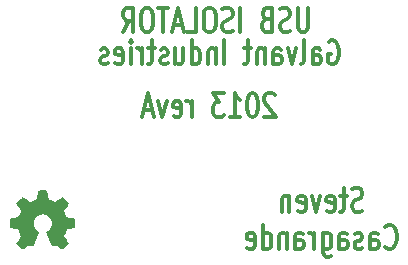
<source format=gbo>
G04 (created by PCBNEW (2012-nov-02)-testing) date Wed 06 Feb 2013 10:53:48 PM EST*
%MOIN*%
G04 Gerber Fmt 3.4, Leading zero omitted, Abs format*
%FSLAX34Y34*%
G01*
G70*
G90*
G04 APERTURE LIST*
%ADD10C,2.3622e-06*%
%ADD11C,0.012*%
%ADD12C,0.0001*%
G04 APERTURE END LIST*
G54D10*
G54D11*
X81307Y-50385D02*
X81221Y-50423D01*
X81078Y-50423D01*
X81021Y-50385D01*
X80992Y-50347D01*
X80964Y-50271D01*
X80964Y-50195D01*
X80992Y-50119D01*
X81021Y-50080D01*
X81078Y-50042D01*
X81192Y-50004D01*
X81250Y-49966D01*
X81278Y-49928D01*
X81307Y-49852D01*
X81307Y-49776D01*
X81278Y-49700D01*
X81250Y-49661D01*
X81192Y-49623D01*
X81050Y-49623D01*
X80964Y-49661D01*
X80792Y-49890D02*
X80564Y-49890D01*
X80707Y-49623D02*
X80707Y-50309D01*
X80678Y-50385D01*
X80621Y-50423D01*
X80564Y-50423D01*
X80135Y-50385D02*
X80192Y-50423D01*
X80307Y-50423D01*
X80364Y-50385D01*
X80392Y-50309D01*
X80392Y-50004D01*
X80364Y-49928D01*
X80307Y-49890D01*
X80192Y-49890D01*
X80135Y-49928D01*
X80107Y-50004D01*
X80107Y-50080D01*
X80392Y-50157D01*
X79907Y-49890D02*
X79764Y-50423D01*
X79621Y-49890D01*
X79164Y-50385D02*
X79221Y-50423D01*
X79335Y-50423D01*
X79392Y-50385D01*
X79421Y-50309D01*
X79421Y-50004D01*
X79392Y-49928D01*
X79335Y-49890D01*
X79221Y-49890D01*
X79164Y-49928D01*
X79135Y-50004D01*
X79135Y-50080D01*
X79421Y-50157D01*
X78878Y-49890D02*
X78878Y-50423D01*
X78878Y-49966D02*
X78849Y-49928D01*
X78792Y-49890D01*
X78707Y-49890D01*
X78649Y-49928D01*
X78621Y-50004D01*
X78621Y-50423D01*
X82078Y-51587D02*
X82107Y-51625D01*
X82192Y-51663D01*
X82249Y-51663D01*
X82335Y-51625D01*
X82392Y-51549D01*
X82421Y-51473D01*
X82449Y-51320D01*
X82449Y-51206D01*
X82421Y-51054D01*
X82392Y-50978D01*
X82335Y-50901D01*
X82249Y-50863D01*
X82192Y-50863D01*
X82107Y-50901D01*
X82078Y-50940D01*
X81564Y-51663D02*
X81564Y-51244D01*
X81592Y-51168D01*
X81649Y-51130D01*
X81764Y-51130D01*
X81821Y-51168D01*
X81564Y-51625D02*
X81621Y-51663D01*
X81764Y-51663D01*
X81821Y-51625D01*
X81849Y-51549D01*
X81849Y-51473D01*
X81821Y-51397D01*
X81764Y-51359D01*
X81621Y-51359D01*
X81564Y-51320D01*
X81307Y-51625D02*
X81249Y-51663D01*
X81135Y-51663D01*
X81078Y-51625D01*
X81049Y-51549D01*
X81049Y-51511D01*
X81078Y-51435D01*
X81135Y-51397D01*
X81221Y-51397D01*
X81278Y-51359D01*
X81307Y-51282D01*
X81307Y-51244D01*
X81278Y-51168D01*
X81221Y-51130D01*
X81135Y-51130D01*
X81078Y-51168D01*
X80535Y-51663D02*
X80535Y-51244D01*
X80564Y-51168D01*
X80621Y-51130D01*
X80735Y-51130D01*
X80792Y-51168D01*
X80535Y-51625D02*
X80592Y-51663D01*
X80735Y-51663D01*
X80792Y-51625D01*
X80821Y-51549D01*
X80821Y-51473D01*
X80792Y-51397D01*
X80735Y-51359D01*
X80592Y-51359D01*
X80535Y-51320D01*
X79992Y-51130D02*
X79992Y-51778D01*
X80021Y-51854D01*
X80050Y-51892D01*
X80107Y-51930D01*
X80192Y-51930D01*
X80250Y-51892D01*
X79992Y-51625D02*
X80050Y-51663D01*
X80164Y-51663D01*
X80221Y-51625D01*
X80250Y-51587D01*
X80278Y-51511D01*
X80278Y-51282D01*
X80250Y-51206D01*
X80221Y-51168D01*
X80164Y-51130D01*
X80050Y-51130D01*
X79992Y-51168D01*
X79707Y-51663D02*
X79707Y-51130D01*
X79707Y-51282D02*
X79678Y-51206D01*
X79650Y-51168D01*
X79592Y-51130D01*
X79535Y-51130D01*
X79078Y-51663D02*
X79078Y-51244D01*
X79107Y-51168D01*
X79164Y-51130D01*
X79278Y-51130D01*
X79335Y-51168D01*
X79078Y-51625D02*
X79135Y-51663D01*
X79278Y-51663D01*
X79335Y-51625D01*
X79364Y-51549D01*
X79364Y-51473D01*
X79335Y-51397D01*
X79278Y-51359D01*
X79135Y-51359D01*
X79078Y-51320D01*
X78792Y-51130D02*
X78792Y-51663D01*
X78792Y-51206D02*
X78764Y-51168D01*
X78707Y-51130D01*
X78621Y-51130D01*
X78564Y-51168D01*
X78535Y-51244D01*
X78535Y-51663D01*
X77992Y-51663D02*
X77992Y-50863D01*
X77992Y-51625D02*
X78050Y-51663D01*
X78164Y-51663D01*
X78221Y-51625D01*
X78250Y-51587D01*
X78278Y-51511D01*
X78278Y-51282D01*
X78250Y-51206D01*
X78221Y-51168D01*
X78164Y-51130D01*
X78050Y-51130D01*
X77992Y-51168D01*
X77478Y-51625D02*
X77535Y-51663D01*
X77650Y-51663D01*
X77707Y-51625D01*
X77735Y-51549D01*
X77735Y-51244D01*
X77707Y-51168D01*
X77650Y-51130D01*
X77535Y-51130D01*
X77478Y-51168D01*
X77450Y-51244D01*
X77450Y-51320D01*
X77735Y-51397D01*
X78385Y-46550D02*
X78357Y-46511D01*
X78300Y-46473D01*
X78157Y-46473D01*
X78100Y-46511D01*
X78071Y-46550D01*
X78042Y-46626D01*
X78042Y-46702D01*
X78071Y-46816D01*
X78414Y-47273D01*
X78042Y-47273D01*
X77671Y-46473D02*
X77614Y-46473D01*
X77557Y-46511D01*
X77528Y-46550D01*
X77500Y-46626D01*
X77471Y-46778D01*
X77471Y-46969D01*
X77500Y-47121D01*
X77528Y-47197D01*
X77557Y-47235D01*
X77614Y-47273D01*
X77671Y-47273D01*
X77728Y-47235D01*
X77757Y-47197D01*
X77785Y-47121D01*
X77814Y-46969D01*
X77814Y-46778D01*
X77785Y-46626D01*
X77757Y-46550D01*
X77728Y-46511D01*
X77671Y-46473D01*
X76900Y-47273D02*
X77242Y-47273D01*
X77071Y-47273D02*
X77071Y-46473D01*
X77128Y-46588D01*
X77185Y-46664D01*
X77242Y-46702D01*
X76700Y-46473D02*
X76328Y-46473D01*
X76528Y-46778D01*
X76442Y-46778D01*
X76385Y-46816D01*
X76357Y-46854D01*
X76328Y-46930D01*
X76328Y-47121D01*
X76357Y-47197D01*
X76385Y-47235D01*
X76442Y-47273D01*
X76614Y-47273D01*
X76671Y-47235D01*
X76700Y-47197D01*
X75614Y-47273D02*
X75614Y-46740D01*
X75614Y-46892D02*
X75585Y-46816D01*
X75557Y-46778D01*
X75499Y-46740D01*
X75442Y-46740D01*
X75014Y-47235D02*
X75071Y-47273D01*
X75185Y-47273D01*
X75242Y-47235D01*
X75271Y-47159D01*
X75271Y-46854D01*
X75242Y-46778D01*
X75185Y-46740D01*
X75071Y-46740D01*
X75014Y-46778D01*
X74985Y-46854D01*
X74985Y-46930D01*
X75271Y-47007D01*
X74785Y-46740D02*
X74642Y-47273D01*
X74499Y-46740D01*
X74299Y-47045D02*
X74014Y-47045D01*
X74357Y-47273D02*
X74157Y-46473D01*
X73957Y-47273D01*
X80192Y-44751D02*
X80249Y-44713D01*
X80335Y-44713D01*
X80421Y-44751D01*
X80478Y-44828D01*
X80507Y-44904D01*
X80535Y-45056D01*
X80535Y-45170D01*
X80507Y-45323D01*
X80478Y-45399D01*
X80421Y-45475D01*
X80335Y-45513D01*
X80278Y-45513D01*
X80192Y-45475D01*
X80164Y-45437D01*
X80164Y-45170D01*
X80278Y-45170D01*
X79649Y-45513D02*
X79649Y-45094D01*
X79678Y-45018D01*
X79735Y-44980D01*
X79849Y-44980D01*
X79907Y-45018D01*
X79649Y-45475D02*
X79707Y-45513D01*
X79849Y-45513D01*
X79907Y-45475D01*
X79935Y-45399D01*
X79935Y-45323D01*
X79907Y-45247D01*
X79849Y-45209D01*
X79707Y-45209D01*
X79649Y-45170D01*
X79278Y-45513D02*
X79335Y-45475D01*
X79364Y-45399D01*
X79364Y-44713D01*
X79107Y-44980D02*
X78964Y-45513D01*
X78821Y-44980D01*
X78335Y-45513D02*
X78335Y-45094D01*
X78364Y-45018D01*
X78421Y-44980D01*
X78535Y-44980D01*
X78592Y-45018D01*
X78335Y-45475D02*
X78392Y-45513D01*
X78535Y-45513D01*
X78592Y-45475D01*
X78621Y-45399D01*
X78621Y-45323D01*
X78592Y-45247D01*
X78535Y-45209D01*
X78392Y-45209D01*
X78335Y-45170D01*
X78049Y-44980D02*
X78049Y-45513D01*
X78049Y-45056D02*
X78021Y-45018D01*
X77964Y-44980D01*
X77878Y-44980D01*
X77821Y-45018D01*
X77792Y-45094D01*
X77792Y-45513D01*
X77592Y-44980D02*
X77364Y-44980D01*
X77507Y-44713D02*
X77507Y-45399D01*
X77478Y-45475D01*
X77421Y-45513D01*
X77364Y-45513D01*
X76707Y-45513D02*
X76707Y-44713D01*
X76421Y-44980D02*
X76421Y-45513D01*
X76421Y-45056D02*
X76392Y-45018D01*
X76335Y-44980D01*
X76249Y-44980D01*
X76192Y-45018D01*
X76164Y-45094D01*
X76164Y-45513D01*
X75621Y-45513D02*
X75621Y-44713D01*
X75621Y-45475D02*
X75678Y-45513D01*
X75792Y-45513D01*
X75849Y-45475D01*
X75878Y-45437D01*
X75907Y-45361D01*
X75907Y-45132D01*
X75878Y-45056D01*
X75849Y-45018D01*
X75792Y-44980D01*
X75678Y-44980D01*
X75621Y-45018D01*
X75078Y-44980D02*
X75078Y-45513D01*
X75335Y-44980D02*
X75335Y-45399D01*
X75307Y-45475D01*
X75250Y-45513D01*
X75164Y-45513D01*
X75107Y-45475D01*
X75078Y-45437D01*
X74821Y-45475D02*
X74764Y-45513D01*
X74650Y-45513D01*
X74592Y-45475D01*
X74564Y-45399D01*
X74564Y-45361D01*
X74592Y-45285D01*
X74650Y-45247D01*
X74735Y-45247D01*
X74792Y-45209D01*
X74821Y-45132D01*
X74821Y-45094D01*
X74792Y-45018D01*
X74735Y-44980D01*
X74650Y-44980D01*
X74592Y-45018D01*
X74392Y-44980D02*
X74164Y-44980D01*
X74307Y-44713D02*
X74307Y-45399D01*
X74278Y-45475D01*
X74221Y-45513D01*
X74164Y-45513D01*
X73964Y-45513D02*
X73964Y-44980D01*
X73964Y-45132D02*
X73935Y-45056D01*
X73907Y-45018D01*
X73850Y-44980D01*
X73792Y-44980D01*
X73592Y-45513D02*
X73592Y-44980D01*
X73592Y-44713D02*
X73621Y-44751D01*
X73592Y-44790D01*
X73564Y-44751D01*
X73592Y-44713D01*
X73592Y-44790D01*
X73078Y-45475D02*
X73135Y-45513D01*
X73250Y-45513D01*
X73307Y-45475D01*
X73335Y-45399D01*
X73335Y-45094D01*
X73307Y-45018D01*
X73250Y-44980D01*
X73135Y-44980D01*
X73078Y-45018D01*
X73050Y-45094D01*
X73050Y-45170D01*
X73335Y-45247D01*
X72821Y-45475D02*
X72764Y-45513D01*
X72650Y-45513D01*
X72592Y-45475D01*
X72564Y-45399D01*
X72564Y-45361D01*
X72592Y-45285D01*
X72650Y-45247D01*
X72735Y-45247D01*
X72792Y-45209D01*
X72821Y-45132D01*
X72821Y-45094D01*
X72792Y-45018D01*
X72735Y-44980D01*
X72650Y-44980D01*
X72592Y-45018D01*
X79501Y-43633D02*
X79501Y-44281D01*
X79472Y-44357D01*
X79444Y-44395D01*
X79387Y-44433D01*
X79272Y-44433D01*
X79215Y-44395D01*
X79187Y-44357D01*
X79158Y-44281D01*
X79158Y-43633D01*
X78901Y-44395D02*
X78815Y-44433D01*
X78672Y-44433D01*
X78615Y-44395D01*
X78587Y-44357D01*
X78558Y-44281D01*
X78558Y-44205D01*
X78587Y-44129D01*
X78615Y-44090D01*
X78672Y-44052D01*
X78787Y-44014D01*
X78844Y-43976D01*
X78872Y-43938D01*
X78901Y-43862D01*
X78901Y-43786D01*
X78872Y-43710D01*
X78844Y-43671D01*
X78787Y-43633D01*
X78644Y-43633D01*
X78558Y-43671D01*
X78101Y-44014D02*
X78015Y-44052D01*
X77987Y-44090D01*
X77958Y-44167D01*
X77958Y-44281D01*
X77987Y-44357D01*
X78015Y-44395D01*
X78072Y-44433D01*
X78301Y-44433D01*
X78301Y-43633D01*
X78101Y-43633D01*
X78044Y-43671D01*
X78015Y-43710D01*
X77987Y-43786D01*
X77987Y-43862D01*
X78015Y-43938D01*
X78044Y-43976D01*
X78101Y-44014D01*
X78301Y-44014D01*
X77244Y-44433D02*
X77244Y-43633D01*
X76987Y-44395D02*
X76901Y-44433D01*
X76758Y-44433D01*
X76701Y-44395D01*
X76672Y-44357D01*
X76644Y-44281D01*
X76644Y-44205D01*
X76672Y-44129D01*
X76701Y-44090D01*
X76758Y-44052D01*
X76872Y-44014D01*
X76929Y-43976D01*
X76958Y-43938D01*
X76987Y-43862D01*
X76987Y-43786D01*
X76958Y-43710D01*
X76929Y-43671D01*
X76872Y-43633D01*
X76729Y-43633D01*
X76644Y-43671D01*
X76272Y-43633D02*
X76158Y-43633D01*
X76101Y-43671D01*
X76044Y-43748D01*
X76015Y-43900D01*
X76015Y-44167D01*
X76044Y-44319D01*
X76101Y-44395D01*
X76158Y-44433D01*
X76272Y-44433D01*
X76329Y-44395D01*
X76387Y-44319D01*
X76415Y-44167D01*
X76415Y-43900D01*
X76387Y-43748D01*
X76329Y-43671D01*
X76272Y-43633D01*
X75472Y-44433D02*
X75758Y-44433D01*
X75758Y-43633D01*
X75301Y-44205D02*
X75015Y-44205D01*
X75358Y-44433D02*
X75158Y-43633D01*
X74958Y-44433D01*
X74844Y-43633D02*
X74501Y-43633D01*
X74672Y-44433D02*
X74672Y-43633D01*
X74187Y-43633D02*
X74072Y-43633D01*
X74015Y-43671D01*
X73958Y-43748D01*
X73929Y-43900D01*
X73929Y-44167D01*
X73958Y-44319D01*
X74015Y-44395D01*
X74072Y-44433D01*
X74187Y-44433D01*
X74244Y-44395D01*
X74301Y-44319D01*
X74329Y-44167D01*
X74329Y-43900D01*
X74301Y-43748D01*
X74244Y-43671D01*
X74187Y-43633D01*
X73330Y-44433D02*
X73530Y-44052D01*
X73672Y-44433D02*
X73672Y-43633D01*
X73444Y-43633D01*
X73387Y-43671D01*
X73358Y-43710D01*
X73330Y-43786D01*
X73330Y-43900D01*
X73358Y-43976D01*
X73387Y-44014D01*
X73444Y-44052D01*
X73672Y-44052D01*
G54D12*
G36*
X69986Y-51684D02*
X69998Y-51678D01*
X70023Y-51662D01*
X70060Y-51638D01*
X70103Y-51609D01*
X70147Y-51579D01*
X70182Y-51555D01*
X70207Y-51539D01*
X70218Y-51534D01*
X70223Y-51536D01*
X70244Y-51546D01*
X70274Y-51561D01*
X70291Y-51570D01*
X70319Y-51582D01*
X70332Y-51584D01*
X70335Y-51581D01*
X70345Y-51560D01*
X70360Y-51524D01*
X70381Y-51476D01*
X70405Y-51421D01*
X70430Y-51361D01*
X70456Y-51300D01*
X70480Y-51241D01*
X70501Y-51189D01*
X70518Y-51146D01*
X70530Y-51117D01*
X70534Y-51104D01*
X70533Y-51101D01*
X70519Y-51088D01*
X70495Y-51070D01*
X70443Y-51028D01*
X70392Y-50964D01*
X70361Y-50891D01*
X70350Y-50811D01*
X70359Y-50736D01*
X70389Y-50664D01*
X70439Y-50600D01*
X70499Y-50552D01*
X70570Y-50521D01*
X70650Y-50512D01*
X70726Y-50520D01*
X70799Y-50549D01*
X70864Y-50598D01*
X70891Y-50630D01*
X70929Y-50695D01*
X70950Y-50765D01*
X70953Y-50783D01*
X70949Y-50860D01*
X70927Y-50933D01*
X70886Y-50999D01*
X70830Y-51053D01*
X70823Y-51059D01*
X70796Y-51078D01*
X70779Y-51092D01*
X70765Y-51103D01*
X70863Y-51339D01*
X70879Y-51376D01*
X70906Y-51441D01*
X70929Y-51496D01*
X70948Y-51540D01*
X70961Y-51570D01*
X70967Y-51582D01*
X70968Y-51582D01*
X70976Y-51584D01*
X70994Y-51577D01*
X71027Y-51561D01*
X71049Y-51550D01*
X71074Y-51538D01*
X71085Y-51534D01*
X71095Y-51539D01*
X71119Y-51554D01*
X71154Y-51578D01*
X71196Y-51607D01*
X71236Y-51634D01*
X71273Y-51658D01*
X71300Y-51675D01*
X71313Y-51682D01*
X71315Y-51682D01*
X71327Y-51676D01*
X71348Y-51658D01*
X71380Y-51628D01*
X71426Y-51583D01*
X71433Y-51576D01*
X71470Y-51538D01*
X71500Y-51506D01*
X71521Y-51484D01*
X71528Y-51473D01*
X71528Y-51473D01*
X71521Y-51460D01*
X71504Y-51434D01*
X71480Y-51396D01*
X71450Y-51352D01*
X71372Y-51239D01*
X71415Y-51132D01*
X71428Y-51099D01*
X71445Y-51059D01*
X71457Y-51031D01*
X71463Y-51018D01*
X71475Y-51014D01*
X71504Y-51007D01*
X71547Y-50998D01*
X71598Y-50989D01*
X71646Y-50980D01*
X71689Y-50972D01*
X71721Y-50966D01*
X71735Y-50963D01*
X71739Y-50961D01*
X71741Y-50954D01*
X71743Y-50939D01*
X71744Y-50913D01*
X71745Y-50871D01*
X71745Y-50811D01*
X71745Y-50804D01*
X71744Y-50746D01*
X71743Y-50701D01*
X71742Y-50671D01*
X71740Y-50659D01*
X71740Y-50659D01*
X71726Y-50656D01*
X71695Y-50649D01*
X71652Y-50641D01*
X71600Y-50631D01*
X71596Y-50630D01*
X71545Y-50620D01*
X71501Y-50611D01*
X71471Y-50604D01*
X71458Y-50600D01*
X71455Y-50596D01*
X71445Y-50576D01*
X71430Y-50544D01*
X71413Y-50505D01*
X71396Y-50464D01*
X71381Y-50428D01*
X71371Y-50400D01*
X71368Y-50388D01*
X71369Y-50388D01*
X71376Y-50375D01*
X71394Y-50348D01*
X71419Y-50311D01*
X71450Y-50267D01*
X71452Y-50264D01*
X71482Y-50220D01*
X71506Y-50183D01*
X71522Y-50156D01*
X71528Y-50144D01*
X71528Y-50144D01*
X71518Y-50131D01*
X71496Y-50106D01*
X71464Y-50072D01*
X71425Y-50034D01*
X71413Y-50022D01*
X71371Y-49980D01*
X71341Y-49953D01*
X71323Y-49938D01*
X71314Y-49935D01*
X71313Y-49935D01*
X71300Y-49943D01*
X71273Y-49961D01*
X71235Y-49987D01*
X71191Y-50017D01*
X71188Y-50019D01*
X71144Y-50049D01*
X71107Y-50074D01*
X71081Y-50091D01*
X71070Y-50098D01*
X71068Y-50098D01*
X71050Y-50092D01*
X71019Y-50081D01*
X70981Y-50067D01*
X70940Y-50050D01*
X70904Y-50035D01*
X70876Y-50022D01*
X70863Y-50015D01*
X70863Y-50014D01*
X70858Y-49999D01*
X70850Y-49966D01*
X70841Y-49921D01*
X70831Y-49867D01*
X70829Y-49858D01*
X70819Y-49806D01*
X70811Y-49763D01*
X70805Y-49733D01*
X70802Y-49721D01*
X70794Y-49719D01*
X70769Y-49717D01*
X70730Y-49716D01*
X70683Y-49716D01*
X70634Y-49716D01*
X70585Y-49717D01*
X70544Y-49719D01*
X70514Y-49721D01*
X70502Y-49723D01*
X70502Y-49724D01*
X70497Y-49740D01*
X70490Y-49773D01*
X70481Y-49818D01*
X70470Y-49872D01*
X70468Y-49882D01*
X70459Y-49934D01*
X70450Y-49976D01*
X70444Y-50006D01*
X70440Y-50017D01*
X70436Y-50020D01*
X70414Y-50029D01*
X70379Y-50044D01*
X70336Y-50061D01*
X70236Y-50102D01*
X70113Y-50017D01*
X70101Y-50010D01*
X70057Y-49980D01*
X70021Y-49955D01*
X69996Y-49939D01*
X69985Y-49933D01*
X69984Y-49934D01*
X69972Y-49944D01*
X69948Y-49967D01*
X69914Y-50000D01*
X69876Y-50038D01*
X69847Y-50067D01*
X69813Y-50101D01*
X69792Y-50124D01*
X69780Y-50139D01*
X69776Y-50148D01*
X69777Y-50154D01*
X69785Y-50167D01*
X69803Y-50194D01*
X69828Y-50231D01*
X69858Y-50275D01*
X69883Y-50311D01*
X69909Y-50352D01*
X69927Y-50382D01*
X69933Y-50396D01*
X69931Y-50402D01*
X69923Y-50426D01*
X69908Y-50463D01*
X69890Y-50506D01*
X69847Y-50603D01*
X69783Y-50616D01*
X69744Y-50623D01*
X69690Y-50633D01*
X69639Y-50643D01*
X69558Y-50659D01*
X69555Y-50955D01*
X69567Y-50961D01*
X69579Y-50964D01*
X69609Y-50971D01*
X69652Y-50979D01*
X69702Y-50989D01*
X69745Y-50997D01*
X69789Y-51005D01*
X69820Y-51011D01*
X69834Y-51014D01*
X69837Y-51018D01*
X69848Y-51039D01*
X69863Y-51073D01*
X69880Y-51113D01*
X69898Y-51154D01*
X69913Y-51193D01*
X69924Y-51222D01*
X69928Y-51237D01*
X69922Y-51248D01*
X69905Y-51274D01*
X69881Y-51310D01*
X69852Y-51353D01*
X69823Y-51396D01*
X69798Y-51433D01*
X69781Y-51459D01*
X69773Y-51471D01*
X69777Y-51480D01*
X69794Y-51500D01*
X69827Y-51534D01*
X69875Y-51582D01*
X69883Y-51589D01*
X69921Y-51626D01*
X69954Y-51656D01*
X69976Y-51676D01*
X69986Y-51684D01*
X69986Y-51684D01*
G37*
M02*

</source>
